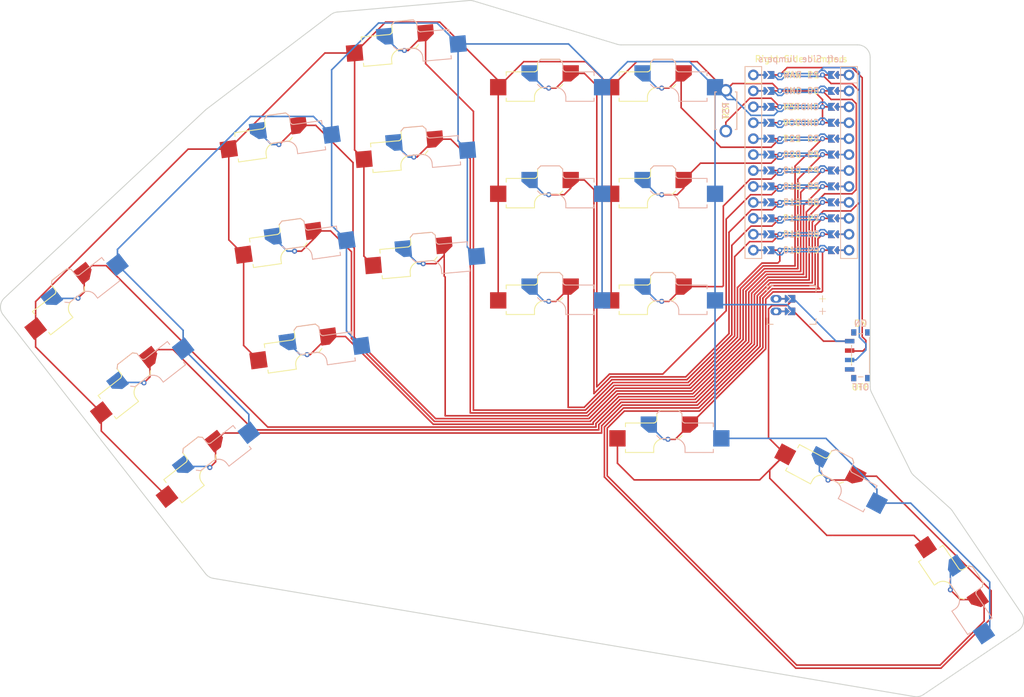
<source format=kicad_pcb>
(kicad_pcb (version 20240108) (generator "pcbnew") (generator_version "8.0")
  (title_block (title "AlcoKeb") (rev "v1.0.0") (company "Unknown"))
  (layers (0 "F.Cu" signal) (31 "B.Cu" signal) (34 "B.Paste" user) (35 "F.Paste" user) (36 "B.SilkS" user "B.Silkscreen") (37 "F.SilkS" user "F.Silkscreen") (38 "B.Mask" user) (39 "F.Mask" user) (44 "Edge.Cuts" user))
  (net 0 "")
  (net 1 "P1")
  (net 2 "GND")
  (net 3 "P6")
  (net 4 "P0")
  (net 5 "P5")
  (net 6 "P4")
  (net 7 "P3")
  (net 8 "P2")
  (net 9 "P10")
  (net 10 "P16")
  (net 11 "P14")
  (net 12 "P15")
  (net 13 "P18")
  (net 14 "P19")
  (net 15 "P20")
  (net 16 "P21")
  (net 17 "P9")
  (net 18 "P7")
  (net 19 "P8")
  (net 20 "RAW")
  (net 21 "RST")
  (net 22 "VCC")
  (net 23 "MCU1_24")
  (net 24 "MCU1_1")
  (net 25 "MCU1_23")
  (net 26 "MCU1_2")
  (net 27 "MCU1_22")
  (net 28 "MCU1_3")
  (net 29 "MCU1_21")
  (net 30 "MCU1_4")
  (net 31 "MCU1_20")
  (net 32 "MCU1_5")
  (net 33 "MCU1_19")
  (net 34 "MCU1_6")
  (net 35 "MCU1_18")
  (net 36 "MCU1_7")
  (net 37 "MCU1_17")
  (net 38 "MCU1_8")
  (net 39 "MCU1_16")
  (net 40 "MCU1_9")
  (net 41 "MCU1_15")
  (net 42 "MCU1_10")
  (net 43 "MCU1_14")
  (net 44 "MCU1_11")
  (net 45 "MCU1_13")
  (net 46 "MCU1_12")
  (net 47 "BAT_P")
  (net 48 "JST1_1")
  (net 49 "JST1_2")
  (footprint "ceoloide:reset_switch_tht_top" (layer "F.Cu") (at 230.224945 90.601914 -90)
    (property "Reference" "RST1" (hide yes))
    (property "Value" "reset_switch_tht_top")
  )
  (footprint "ceoloide:battery_connector_jst_ph_2" (layer "F.Cu") (at 238.224945 121.601914 90)
    (property "Reference" "JST1" (hide yes))
    (property "Value" "")
  )
  (footprint "ceoloide:mcu_nice_nano" (layer "F.Cu") (at 242.224945 97.601914)
    (property "Reference" "MCU1" (hide yes))
    (property "Value" "")
  )
  (footprint "ceoloide:power_switch_smd_side" (layer "F.Cu") (at 251.684945 129.601914)
    (property "Reference" "PWR1" (hide yes))
    (property "Value" "power_switch")
  )
  (footprint "ceoloide:switch_choc_v1_v2" (layer "B.Cu") (at 150 150 38)
    (property "Reference" "S1" (hide yes))
    (property "Value" "")
  )
  (footprint "ceoloide:switch_choc_v1_v2" (layer "B.Cu") (at 220.224945 124.601914)
    (property "Reference" "S13" (hide yes))
    (property "Value" "")
  )
  (footprint "ceoloide:switch_choc_v1_v2" (layer "B.Cu") (at 202.224945 107.601914)
    (property "Reference" "S11" (hide yes))
    (property "Value" "")
  )
  (footprint "ceoloide:switch_choc_v1_v2" (layer "B.Cu") (at 202.224945 90.601914)
    (property "Reference" "S12" (hide yes))
    (property "Value" "")
  )
  (footprint "ceoloide:switch_choc_v1_v2" (layer "B.Cu") (at 164.464716 132.954995 8)
    (property "Reference" "S4" (hide yes))
    (property "Value" "")
  )
  (footprint "ceoloide:switch_choc_v1_v2" (layer "B.Cu") (at 181.118352 101.353006 5)
    (property "Reference" "S8" (hide yes))
    (property "Value" "")
  )
  (footprint "ceoloide:switch_choc_v1_v2" (layer "B.Cu") (at 263.598858 169.166917 -56)
    (property "Reference" "S18" (hide yes))
    (property "Value" "")
  )
  (footprint "ceoloide:switch_choc_v1_v2" (layer "B.Cu") (at 129.06751 123.207634 38)
    (property "Reference" "S3" (hide yes))
    (property "Value" "")
  )
  (footprint "ceoloide:switch_choc_v1_v2" (layer "B.Cu") (at 159.73283 99.28588 8)
    (property "Reference" "S6" (hide yes))
    (property "Value" "")
  )
  (footprint "ceoloide:switch_choc_v1_v2" (layer "B.Cu") (at 245.224945 152.601914 -28)
    (property "Reference" "S17" (hide yes))
    (property "Value" "")
  )
  (footprint "ceoloide:switch_choc_v1_v2" (layer "B.Cu") (at 179.636705 84.417696 5)
    (property "Reference" "S9" (hide yes))
    (property "Value" "")
  )
  (footprint "ceoloide:switch_choc_v1_v2" (layer "B.Cu") (at 162.098773 116.120437 8)
    (property "Reference" "S5" (hide yes))
    (property "Value" "")
  )
  (footprint "ceoloide:switch_choc_v1_v2" (layer "B.Cu") (at 220.224945 90.601914)
    (property "Reference" "S15" (hide yes))
    (property "Value" "")
  )
  (footprint "ceoloide:switch_choc_v1_v2" (layer "B.Cu") (at 221.224945 146.601914)
    (property "Reference" "S16" (hide yes))
    (property "Value" "")
  )
  (footprint "ceoloide:switch_choc_v1_v2" (layer "B.Cu") (at 202.224945 124.601914)
    (property "Reference" "S10" (hide yes))
    (property "Value" "")
  )
  (footprint "ceoloide:switch_choc_v1_v2" (layer "B.Cu") (at 182.6 118.288316 5)
    (property "Reference" "S7" (hide yes))
    (property "Value" "")
  )
  (footprint "ceoloide:switch_choc_v1_v2" (layer "B.Cu") (at 139.533755 136.603817 38)
    (property "Reference" "S2" (hide yes))
    (property "Value" "")
  )
  (footprint "ceoloide:switch_choc_v1_v2" (layer "B.Cu") (at 220.224945 107.601914)
    (property "Reference" "S14" (hide yes))
    (property "Value" "")
  )
  (gr_arc (start 265.971832 154.01258) (mid 266.141458 154.185672) (end 266.288903 154.37801) (stroke (width 0.15)) (layer "Edge.Cuts"))
  (gr_line (start 253.433171 135.521798) (end 259.697986 148.154701) (stroke (width 0.15)) (layer "Edge.Cuts"))
  (gr_line (start 253.224945 82.101914) (end 253.224945 134.633235) (stroke (width 0.15)) (layer "Edge.Cuts"))
  (gr_arc (start 115.061436 123.147639) (mid 114.643498 121.760992) (end 115.271123 120.455792) (stroke (width 0.15)) (layer "Edge.Cuts"))
  (gr_arc (start 260.148756 148.749953) (mid 259.895346 148.47355) (end 259.697986 148.154701) (stroke (width 0.15)) (layer "Edge.Cuts"))
  (gr_line (start 260.256719 184.024814) (end 148.56168 165.175547) (stroke (width 0.15)) (layer "Edge.Cuts"))
  (gr_line (start 213.520051 80.101914) (end 251.224945 80.101914) (stroke (width 0.15)) (layer "Edge.Cuts"))
  (gr_arc (start 251.224945 80.101914) (mid 252.639159 80.6877) (end 253.224945 82.101914) (stroke (width 0.15)) (layer "Edge.Cuts"))
  (gr_arc (start 147.304081 90.488649) (mid 147.38024 90.420955) (end 147.459749 90.357229) (stroke (width 0.15)) (layer "Edge.Cuts"))
  (gr_line (start 168.339497 74.865965) (end 189.296269 73.032485) (stroke (width 0.15)) (layer "Edge.Cuts"))
  (gr_arc (start 213.520051 80.101914) (mid 213.228106 80.080491) (end 212.942416 80.016682) (stroke (width 0.15)) (layer "Edge.Cuts"))
  (gr_line (start 266.288903 154.37801) (end 277.336489 170.75673) (stroke (width 0.15)) (layer "Edge.Cuts"))
  (gr_line (start 276.796799 173.533191) (end 261.707912 183.710774) (stroke (width 0.15)) (layer "Edge.Cuts"))
  (gr_arc (start 189.296268 73.032485) (mid 189.675942 73.035446) (end 190.048215 73.110106) (stroke (width 0.15)) (layer "Edge.Cuts"))
  (gr_line (start 147.318466 164.434755) (end 115.061435 123.147638) (stroke (width 0.15)) (layer "Edge.Cuts"))
  (gr_arc (start 167.303142 75.26641) (mid 167.792955 74.992779) (end 168.339497 74.865965) (stroke (width 0.15)) (layer "Edge.Cuts"))
  (gr_line (start 260.148756 148.749953) (end 265.971832 154.012581) (stroke (width 0.15)) (layer "Edge.Cuts"))
  (gr_line (start 147.459749 90.357229) (end 167.303141 75.26641) (stroke (width 0.15)) (layer "Edge.Cuts"))
  (gr_line (start 115.271123 120.455792) (end 147.304081 90.488649) (stroke (width 0.15)) (layer "Edge.Cuts"))
  (gr_arc (start 261.707912 183.710774) (mid 261.012538 184.007452) (end 260.256719 184.024814) (stroke (width 0.15)) (layer "Edge.Cuts"))
  (gr_arc (start 148.56168 165.175548) (mid 147.87072 164.921542) (end 147.318466 164.434755) (stroke (width 0.15)) (layer "Edge.Cuts"))
  (gr_arc (start 277.336489 170.75673) (mid 277.641668 172.256734) (end 276.7968 173.533191) (stroke (width 0.15)) (layer "Edge.Cuts"))
  (gr_line (start 190.048215 73.110106) (end 212.942416 80.016682) (stroke (width 0.15)) (layer "Edge.Cuts"))
  (gr_arc (start 253.433171 135.521798) (mid 253.277698 135.089552) (end 253.224945 134.633235) (stroke (width 0.15)) (layer "Edge.Cuts"))
  (segment (start 148.917549 146.582451) (end 148 147.5) (width 0.25) (layer "F.Cu") (net 1))
  (segment (start 148.917549 143.295045) (end 148.917549 146.582451) (width 0.25) (layer "F.Cu") (net 1))
  (segment (start 148.917549 143.295045) (end 150.212594 142) (width 0.25) (layer "F.Cu") (net 1))
  (segment (start 251.5 105.22856) (end 251.5 87.435268) (width 0.25) (layer "F.Cu") (net 1))
  (segment (start 235.224945 120.109578) (end 237.284523 118.05) (width 0.25) (layer "F.Cu") (net 1))
  (segment (start 246.989945 86.266914) (end 245.624945 84.901914) (width 0.25) (layer "F.Cu") (net 1))
  (segment (start 210.424945 142) (end 210.424945 140.854122) (width 0.25) (layer "F.Cu") (net 1))
  (segment (start 237.284523 118.05) (end 243.999945 118.05) (width 0.25) (layer "F.Cu") (net 1))
  (segment (start 250.331646 86.266914) (end 246.989945 86.266914) (width 0.25) (layer "F.Cu") (net 1))
  (segment (start 150.212594 142) (end 210.424945 142) (width 0.25) (layer "F.Cu") (net 1))
  (segment (start 247 84.902) (end 245.625 84.902) (width 0.25) (layer "F.Cu") (net 1))
  (segment (start 235.224945 128.017726) (end 235.224945 120.109578) (width 0.25) (layer "F.Cu") (net 1))
  (segment (start 245.77464 106.586914) (end 250.141646 106.586914) (width 0.25) (layer "F.Cu") (net 1))
  (segment (start 225.692671 137.55) (end 235.224945 128.017726) (width 0.25) (layer "F.Cu") (net 1))
  (segment (start 243.999945 108.361609) (end 245.77464 106.586914) (width 0.25) (layer "F.Cu") (net 1))
  (segment (start 251.5 87.435268) (end 250.331646 86.266914) (width 0.25) (layer "F.Cu") (net 1))
  (segment (start 243.999945 118.05) (end 243.999945 108.361609) (width 0.25) (layer "F.Cu") (net 1))
  (segment (start 213.729067 137.55) (end 225.692671 137.55) (width 0.25) (layer "F.Cu") (net 1))
  (segment (start 250.141646 106.586914) (end 251.5 105.22856) (width 0.25) (layer "F.Cu") (net 1))
  (segment (start 210.424945 140.854122) (end 213.729067 137.55) (width 0.25) (layer "F.Cu") (net 1))
  (via (at 148 147.5) (size 0.8) (drill 0.4) (layers "F.Cu" "B.Cu") (net 1))
  (segment (start 237.45 84.902) (end 237.8 84.902) (width 0.25) (layer "B.Cu") (net 1))
  (segment (start 237.8 84.902) (end 238.525 85.627) (width 0.25) (layer "B.Cu") (net 1))
  (segment (start 239.125 85.627) (end 239.62 85.132) (width 0.25) (layer "B.Cu") (net 1))
  (segment (start 148 147.5) (end 147.827627 147.327627) (width 0.25) (layer "B.Cu") (net 1))
  (segment (start 147.827627 147.327627) (end 143.756079 147.327627) (width 0.25) (layer "B.Cu") (net 1))
  (segment (start 238.525 85.627) (end 239.125 85.627) (width 0.25) (layer "B.Cu") (net 1))
  (segment (start 239.62 85.132) (end 245.395 85.132) (width 0.25) (layer "B.Cu") (net 1))
  (segment (start 245.624945 88.830222) (end 245.624945 89.981914) (width 0.25) (layer "F.Cu") (net 2))
  (segment (start 198.024945 82.776914) (end 193.949945 86.851914) (width 0.25) (layer "F.Cu") (net 2))
  (segment (start 151.016463 96.724032) (end 144.547612 96.724032) (width 0.25) (layer "F.Cu") (net 2))
  (segment (start 193.949945 86.851914) (end 193.949945 103.851914) (width 0.25) (layer "F.Cu") (net 2))
  (segment (start 207.874945 82.776914) (end 198.024945 82.776914) (width 0.25) (layer "F.Cu") (net 2))
  (segment (start 193.949945 86.851914) (end 193.949945 85.786446) (width 0.25) (layer "F.Cu") (net 2))
  (segment (start 215.611646 149.476914) (end 235.608141 149.476914) (width 0.25) (layer "F.Cu") (net 2))
  (segment (start 171.06636 81.40318) (end 166.337315 81.40318) (width 0.25) (layer "F.Cu") (net 2))
  (segment (start 120.23799 128.27713) (end 130.704235 138.743375) (width 0.25) (layer "F.Cu") (net 2))
  (segment (start 211.949945 86.851914) (end 216.024945 82.776914) (width 0.25) (layer "F.Cu") (net 2))
  (segment (start 151.016463 96.724032) (end 151.016463 111.192646) (width 0.25) (layer "F.Cu") (net 2))
  (segment (start 239.965945 121.676914) (end 241.040945 120.601914) (width 0.25) (layer "F.Cu") (net 2))
  (segment (start 166.337315 81.40318) (end 151.016463 96.724032) (width 0.25) (layer "F.Cu") (net 2))
  (segment (start 237.45 87.442) (end 238.825 87.442) (width 0.25) (layer "F.Cu") (net 2))
  (segment (start 176.002975 76.466565) (end 171.06636 81.40318) (width 0.25) (layer "F.Cu") (net 2))
  (segment (start 237.024945 122.218766) (end 237.566797 121.676914) (width 0.25) (layer "F.Cu") (net 2))
  (segment (start 239.679072 145.405983) (end 237.024945 142.751856) (width 0.25) (layer "F.Cu") (net 2))
  (segment (start 144.547612 96.724032) (end 120.23799 121.033654) (width 0.25) (layer "F.Cu") (net 2))
  (segment (start 244.236637 87.441914) (end 245.624945 88.830222) (width 0.25) (layer "F.Cu") (net 2))
  (segment (start 230.224945 87.351914) (end 231.309945 86.266914) (width 0.25) (layer "F.Cu") (net 2))
  (segment (start 237.024945 142.751856) (end 237.024945 122.218766) (width 0.25) (layer "F.Cu") (net 2))
  (segment (start 171.06636 81.40318) (end 171.06636 96.856843) (width 0.25) (layer "F.Cu") (net 2))
  (segment (start 239.679072 145.405983) (end 237.217428 147.867627) (width 0.25) (layer "F.Cu") (net 2))
  (segment (start 246.321452 158.321452) (end 260.192222 158.321452) (width 0.25) (layer "F.Cu") (net 2))
  (segment (start 231.309945 86.266914) (end 237.649945 86.266914) (width 0.25) (layer "F.Cu") (net 2))
  (segment (start 238.824945 87.441914) (end 244.236637 87.441914) (width 0.25) (layer "F.Cu") (net 2))
  (segment (start 247 92.522) (end 245.625 92.522) (width 0.25) (layer "F.Cu") (net 2))
  (segment (start 237.566797 121.676914) (end 239.965945 121.676914) (width 0.25) (layer "F.Cu") (net 2))
  (segment (start 130.704235 138.743375) (end 130.704235 141.673313) (width 0.25) (layer "F.Cu") (net 2))
  (segment (start 184.630064 76.466565) (end 176.002975 76.466565) (width 0.25) (layer "F.Cu") (net 2))
  (segment (start 193.949945 103.851914) (end 193.949945 120.851914) (width 0.25) (layer "F.Cu") (net 2))
  (segment (start 153.382406 113.558589) (end 153.382406 128.027204) (width 0.25) (layer "F.Cu") (net 2))
  (segment (start 211.949945 86.851914) (end 207.874945 82.776914) (width 0.25) (layer "F.Cu") (net 2))
  (segment (start 120.23799 125.347192) (end 120.23799 128.27713) (width 0.25) (layer "F.Cu") (net 2))
  (segment (start 211.949945 86.851914) (end 211.949945 103.851914) (width 0.25) (layer "F.Cu") (net 2))
  (segment (start 225.649945 82.776914) (end 230.224945 87.351914) (width 0.25) (layer "F.Cu") (net 2))
  (segment (start 245.624945 89.981914) (end 245.624945 92.521914) (width 0.25) (layer "F.Cu") (net 2))
  (segment (start 130.704235 141.673313) (end 141.17048 152.139558) (width 0.25) (layer "F.Cu") (net 2))
  (segment (start 237.217428 147.867627) (end 237.217428 149.217428) (width 0.25) (layer "F.Cu") (net 2))
  (segment (start 172.548007 113.792152) (end 174.029655 115.2738) (width 0.25) (layer "F.Cu") (net 2))
  (segment (start 247 89.982) (end 245.625 89.982) (width 0.25) (layer "F.Cu") (net 2))
  (segment (start 212.949945 146.815213) (end 215.611646 149.476914) (width 0.25) (layer "F.Cu") (net 2))
  (segment (start 235.608141 149.476914) (end 239.679072 145.405983) (width 0.25) (layer "F.Cu") (net 2))
  (segment (start 171.06636 96.856843) (end 172.548007 98.33849) (width 0.25) (layer "F.Cu") (net 2))
  (segment (start 151.016463 111.192646) (end 153.382406 113.558589) (width 0.25) (layer "F.Cu") (net 2))
  (segment (start 153.382406 128.027204) (end 155.748349 130.393147) (width 0.25) (layer "F.Cu") (net 2))
  (segment (start 211.949945 103.851914) (end 211.949945 120.851914) (width 0.25) (layer "F.Cu") (net 2))
  (segment (start 172.548007 98.33849) (end 172.548007 113.792152) (width 0.25) (layer "F.Cu") (net 2))
  (segment (start 260.192222 158.321452) (end 262.080428 160.209658) (width 0.25) (layer "F.Cu") (net 2))
  (segment (start 237.217428 149.217428) (end 246.321452 158.321452) (width 0.25) (layer "F.Cu") (net 2))
  (segment (start 120.23799 121.033654) (end 120.23799 125.347192) (width 0.25) (layer "F.Cu") (net 2))
  (segment (start 193.949945 85.786446) (end 184.630064 76.466565) (width 0.25) (layer "F.Cu") (net 2))
  (segment (start 212.949945 142.851914) (end 212.949945 146.815213) (width 0.25) (layer "F.Cu") (net 2))
  (segment (start 237.649945 86.266914) (end 238.824945 87.441914) (width 0.25) (layer "F.Cu") (net 2))
  (segment (start 216.024945 82.776914) (end 225.649945 82.776914) (width 0.25) (layer "F.Cu") (net 2))
  (segment (start 229.174945 121.526914) (end 228.499945 120.851914) (width 0.25) (layer "B.Cu") (net 2))
  (segment (start 246.65 87.442) (end 245.925 86.717) (width 0.25) (layer "B.Cu") (net 2))
  (segment (start 167.405399 94.420717) (end 167.405399 108.889331) (width 0.25) (layer "B.Cu") (net 2))
  (segment (start 184.207968 76.615338) (end 174.884662 76.615338) (width 0.25) (layer "B.Cu") (net 2))
  (segment (start 210.499945 86.851914) (end 210.499945 103.851914) (width 0.25) (layer "B.Cu") (net 2))
  (segment (start 245.325 86.717) (end 244.82 87.222) (width 0.25) (layer "B.Cu") (net 2))
  (segment (start 154.212058 139.020423) (end 154.212058 141.950361) (width 0.25) (layer "B.Cu") (net 2))
  (segment (start 231.686516 88.813484) (end 230.224945 87.351914) (width 0.25) (layer "B.Cu") (net 2))
  (segment (start 239.125 90.707) (end 239.62 90.212) (width 0.25) (layer "B.Cu") (net 2))
  (segment (start 238.525 90.707) (end 239.125 90.707) (width 0.25) (layer "B.Cu") (net 2))
  (segment (start 189.035029 112.349724) (end 190.516677 113.831372) (width 0.25) (layer "B.Cu") (net 2))
  (segment (start 254.291855 153.175738) (end 254.291855 150.97028) (width 0.25) (layer "B.Cu") (net 2))
  (segment (start 143.745813 128.554178) (end 154.212058 139.020423) (width 0.25) (layer "B.Cu") (net 2))
  (segment (start 133.279568 112.720432) (end 133.279568 115.157995) (width 0.25) (layer "B.Cu") (net 2))
  (segment (start 246.173489 142.851914) (end 229.499945 142.851914) (width 0.25) (layer "B.Cu") (net 2))
  (segment (start 237.45 89.982) (end 237.8 89.982) (width 0.25) (layer "B.Cu") (net 2))
  (segment (start 237.885086 91.346914) (end 234.219945 91.346914) (width 0.25) (layer "B.Cu") (net 2))
  (segment (start 239.125 93.247) (end 239.62 92.752) (width 0.25) (layer "B.Cu") (net 2))
  (segment (start 174.884662 76.615338) (end 167.405399 84.094601) (width 0.25) (layer "B.Cu") (net 2))
  (segment (start 228.499945 120.851914) (end 228.499945 141.851914) (width 0.25) (layer "B.Cu") (net 2))
  (segment (start 210.499945 103.851914) (end 210.499945 120.851914) (width 0.25) (layer "B.Cu") (net 2))
  (segment (start 238.525 90.707) (end 237.885086 91.346914) (width 0.25) (layer "B.Cu") (net 2))
  (segment (start 189.035029 96.896062) (end 189.035029 112.349724) (width 0.25) (layer "B.Cu") (net 2))
  (segment (start 167.405399 94.420717) (end 164.503467 91.518785) (width 0.25) (layer "B.Cu") (net 2))
  (segment (start 239.965945 121.526914) (end 229.174945 121.526914) (width 0.25) (layer "B.Cu") (net 2))
  (segment (start 210.499945 86.851914) (end 210.499945 85.301914) (width 0.25) (layer "B.Cu") (net 2))
  (segment (start 272.271514 172.993786) (end 272.271514 165.771514) (width 0.25) (layer "B.Cu") (net 2))
  (segment (start 239.62 90.212) (end 245.395 90.212) (width 0.25) (layer "B.Cu") (net 2))
  (segment (start 237.45 92.522) (end 237.8 92.522) (width 0.25) (layer "B.Cu") (net 2))
  (segment (start 239.62 92.752) (end 245.395 92.752) (width 0.25) (layer "B.Cu") (net 2))
  (segment (start 133.279568 115.157995) (end 143.745813 125.62424) (width 0.25) (layer "B.Cu") (net 2))
  (segment (start 228.499945 86.851914) (end 228.499945 103.851914) (width 0.25) (layer "B.Cu") (net 2))
  (segment (start 234.219945 91.346914) (end 231.686516 88.813484) (width 0.25) (layer "B.Cu") (net 2))
  (segment (start 167.405399 108.889331) (end 169.771342 111.255274) (width 0.25) (layer "B.Cu") (net 2))
  (segment (start 228.499945 141.851914) (end 229.499945 142.851914) (width 0.25) (layer "B.Cu") (net 2))
  (segment (start 238.525 93.247) (end 239.125 93.247) (width 0.25) (layer "B.Cu") (net 2))
  (segment (start 210.499945 85.301914) (end 205.158783 79.960752) (width 0.25) (layer "B.Cu") (net 2))
  (segment (start 254.291855 150.97028) (end 246.173489 142.851914) (width 0.25) (layer "B.Cu") (net 2))
  (segment (start 167.405399 84.094601) (end 167.405399 94.420717) (width 0.25) (layer "B.Cu") (net 2))
  (segment (start 143.745813 125.62424) (end 143.745813 128.554178) (width 0.25) (layer "B.Cu") (net 2))
  (segment (start 259.675738 153.175738) (end 254.291855 153.175738) (width 0.25) (layer "B.Cu") (net 2))
  (segment (start 224.424945 82.776914) (end 214.574945 82.776914) (width 0.25) (layer "B.Cu") (net 2))
  (segment (start 187.553382 95.414415) (end 189.035029 96.896062) (width 0.25) (layer "B.Cu") (net 2))
  (segment (start 245.925 86.717) (end 245.325 86.717) (width 0.25) (layer "B.Cu") (net 2))
  (segment (start 205.158783 79.960752) (end 187.553382 79.960752) (width 0.25) (layer "B.Cu") (net 2))
  (segment (start 169.771342 111.255274) (end 169.771342 125.723889) (width 0.25) (layer "B.Cu") (net 2))
  (segment (start 241.040945 122.601914) (end 239.965945 121.526914) (width 0.25) (layer "B.Cu") (net 2))
  (segment (start 164.503467 91.518785) (end 154.481215 91.518785) (width 0.25) (layer "B.Cu") (net 2))
  (segment (start 231.686516 88.813484) (end 230.461515 88.813484) (width 0.25) (layer "B.Cu") (net 2))
  (segment (start 228.499945 103.851914) (end 228.499945 120.851914) (width 0.25) (layer "B.Cu") (net 2))
  (segment (start 272.271514 165.771514) (end 259.675738 153.175738) (width 0.25) (layer "B.Cu") (net 2))
  (segment (start 154.481215 91.518785) (end 133.279568 112.720432) (width 0.25) (layer "B.Cu") (net 2))
  (segment (start 247 87.442) (end 246.65 87.442) (width 0.25) (layer "B.Cu") (net 2))
  (segment (start 271.33507 173.93023) (end 272.271514 172.993786) (width 0.25) (layer "B.Cu") (net 2))
  (segment (start 214.574945 82.776914) (end 210.499945 86.851914) (width 0.25) (layer "B.Cu") (net 2))
  (segment (start 228.499945 86.851914) (end 224.424945 82.776914) (width 0.25) (layer "B.Cu") (net 2))
  (segment (start 169.771342 125.723889) (end 172.137285 128.089832) (width 0.25) (layer "B.Cu") (net 2))
  (segment (start 230.461515 88.813484) (end 228.499945 86.851914) (width 0.25) (layer "B.Cu") (net 2))
  (segment (start 187.553382 79.960752) (end 184.207968 76.615338) (width 0.25) (layer "B.Cu") (net 2))
  (segment (start 187.553382 79.960752) (end 187.553382 95.414415) (width 0.25) (layer "B.Cu") (net 2))
  (segment (start 244.82 87.222) (end 239.045 87.222) (width 0.25) (layer "B.Cu") (net 2))
  (segment (start 237.8 92.522) (end 238.525 93.247) (width 0.25) (layer "B.Cu") (net 2))
  (segment (start 237.8 89.982) (end 238.525 90.707) (width 0.25) (layer "B.Cu") (net 2))
  (segment (start 209.974945 140.667726) (end 209.974945 141.5) (width 0.25) (layer "F.Cu") (net 3))
  (segment (start 138.451304 133.048696) (end 137.5 134) (width 0.25) (layer "F.Cu") (net 3))
  (segment (start 155 141.55) (end 142.145469 128.695469) (width 0.25) (layer "F.Cu") (net 3))
  (segment (start 213.542671 137.1) (end 209.974945 140.667726) (width 0.25) (layer "F.Cu") (net 3))
  (segment (start 247 105.222) (end 245.625 105.222) (width 0.25) (layer "F.Cu") (net 3))
  (segment (start 234.774945 127.83133) (end 225.506275 137.1) (width 0.25) (layer "F.Cu") (net 3))
  (segment (start 243.5 107.346859) (end 243.5 117.6) (width 0.25) (layer "F.Cu") (net 3))
  (segment (start 138.451304 129.898862) (end 138.451304 133.048696) (width 0.25) (layer "F.Cu") (net 3))
  (segment (start 209.974945 141.5) (end 155.05 141.5) (width 0.25) (layer "F.Cu") (net 3))
  (segment (start 139.654697 128.695469) (end 138.451304 129.898862) (width 0.25) (layer "F.Cu") (net 3))
  (segment (start 243.5 117.6) (end 237.098127 117.6) (width 0.25) (layer "F.Cu") (net 3))
  (segment (start 234.774945 119.923182) (end 234.774945 127.83133) (width 0.25) (layer "F.Cu") (net 3))
  (segment (start 225.506275 137.1) (end 213.542671 137.1) (width 0.25) (layer "F.Cu") (net 3))
  (segment (start 142.145469 128.695469) (end 139.654697 128.695469) (width 0.25) (layer "F.Cu") (net 3))
  (segment (start 245.624945 105.221914) (end 243.5 107.346859) (width 0.25) (layer "F.Cu") (net 3))
  (segment (start 155.05 141.5) (end 155 141.55) (width 0.25) (layer "F.Cu") (net 3))
  (segment (start 237.098127 117.6) (end 234.774945 119.923182) (width 0.25) (layer "F.Cu") (net 3))
  (via (at 137.5 134) (size 0.8) (drill 0.4) (layers "F.Cu" "B.Cu") (net 3))
  (segment (start 137.5 134) (end 137 134) (width 0.25) (layer "B.Cu") (net 3))
  (segment (start 136.931444 133.931444) (end 133.289834 133.931444) (width 0.25) (layer "B.Cu") (net 3))
  (segment (start 137 134) (end 136.931444 133.931444) (width 0.25) (layer "B.Cu") (net 3))
  (segment (start 239.62 105.452) (end 245.395 105.452) (width 0.25) (layer "B.Cu") (net 3))
  (segment (start 237.8 105.222) (end 238.525 105.947) (width 0.25) (layer "B.Cu") (net 3))
  (segment (start 239.125 105.947) (end 239.62 105.452) (width 0.25) (layer "B.Cu") (net 3))
  (segment (start 237.45 105.222) (end 237.8 105.222) (width 0.25) (layer "B.Cu") (net 3))
  (segment (start 238.525 105.947) (end 239.125 105.947) (width 0.25) (layer "B.Cu") (net 3))
  (segment (start 251.019945 103.168615) (end 250.331646 103.856914) (width 0.25) (layer "F.Cu") (net 4))
  (segment (start 243.05 117.15) (end 236.911731 117.15) (width 0.25) (layer "F.Cu") (net 4))
  (segment (start 127.985059 116.502679) (end 127.985059 119.514941) (width 0.25) (layer "F.Cu") (net 4))
  (segment (start 236.911731 117.15) (end 234.324945 119.736786) (width 0.25) (layer "F.Cu") (net 4))
  (segment (start 209.524945 140.48133) (end 209.524945 141.05) (width 0.25) (layer "F.Cu") (net 4))
  (segment (start 234.324945 119.736786) (end 234.324945 127.644934) (width 0.25) (layer "F.Cu") (net 4))
  (segment (start 245.96464 103.856914) (end 243.05 106.771554) (width 0.25) (layer "F.Cu") (net 4))
  (segment (start 251.019945 89.495213) (end 251.019945 103.168615) (width 0.25) (layer "F.Cu") (net 4))
  (segment (start 127.985059 119.514941) (end 127 120.5) (width 0.25) (layer "F.Cu") (net 4))
  (segment (start 157.226197 141.05) (end 131.475483 115.299286) (width 0.25) (layer "F.Cu") (net 4))
  (segment (start 131.475483 115.299286) (end 129.188452 115.299286) (width 0.25) (layer "F.Cu") (net 4))
  (segment (start 129.188452 115.299286) (end 127.985059 116.502679) (width 0.25) (layer "F.Cu") (net 4))
  (segment (start 234.324945 127.644934) (end 225.319879 136.65) (width 0.25) (layer "F.Cu") (net 4))
  (segment (start 247 87.442) (end 245.625 87.442) (width 0.25) (layer "F.Cu") (net 4))
  (segment (start 213.356275 136.65) (end 209.524945 140.48133) (width 0.25) (layer "F.Cu") (net 4))
  (segment (start 246.989945 88.806914) (end 250.331646 88.806914) (width 0.25) (layer "F.Cu") (net 4))
  (segment (start 250.331646 103.856914) (end 245.96464 103.856914) (width 0.25) (layer "F.Cu") (net 4))
  (segment (start 245.624945 87.441914) (end 246.989945 88.806914) (width 0.25) (layer "F.Cu") (net 4))
  (segment (start 225.319879 136.65) (end 213.356275 136.65) (width 0.25) (layer "F.Cu") (net 4))
  (segment (start 209.524945 141.05) (end 157.226197 141.05) (width 0.25) (layer "F.Cu") (net 4))
  (segment (start 250.331646 88.806914) (end 251.019945 89.495213) (width 0.25) (layer "F.Cu") (net 4))
  (segment (start 243.05 106.771554) (end 243.05 117.15) (width 0.25) (layer "F.Cu") (net 4))
  (via (at 127 120.5) (size 0.8) (drill 0.4) (layers "F.Cu" "B.Cu") (net 4))
  (segment (start 126.964739 120.535261) (end 122.823589 120.535261) (width 0.25) (layer "B.Cu") (net 4))
  (segment (start 237.8 87.442) (end 238.525 88.167) (width 0.25) (layer "B.Cu") (net 4))
  (segment (start 237.45 87.442) (end 237.8 87.442) (width 0.25) (layer "B.Cu") (net 4))
  (segment (start 239.62 87.672) (end 245.395 87.672) (width 0.25) (layer "B.Cu") (net 4))
  (segment (start 238.525 88.167) (end 239.125 88.167) (width 0.25) (layer "B.Cu") (net 4))
  (segment (start 239.125 88.167) (end 239.62 87.672) (width 0.25) (layer "B.Cu") (net 4))
  (segment (start 127 120.5) (end 126.964739 120.535261) (width 0.25) (layer "B.Cu") (net 4))
  (segment (start 213.169879 136.2) (end 225.133483 136.2) (width 0.25) (layer "F.Cu") (net 5))
  (segment (start 247 102.682) (end 245.625 102.682) (width 0.25) (layer "F.Cu") (net 5))
  (segment (start 183.600183 140.6) (end 209.074945 140.6) (width 0.25) (layer "F.Cu") (net 5))
  (segment (start 225.133483 136.2) (end 233.874945 127.458538) (width 0.25) (layer "F.Cu") (net 5))
  (segment (start 233.874945 119.55039) (end 236.725335 116.7) (width 0.25) (layer "F.Cu") (net 5))
  (segment (start 166.879764 126.607108) (end 163.986872 129.5) (width 0.25) (layer "F.Cu") (net 5))
  (segment (start 169.607291 126.607108) (end 183.600183 140.6) (width 0.25) (layer "F.Cu") (net 5))
  (segment (start 236.725335 116.7) (end 242.6 116.7) (width 0.25) (layer "F.Cu") (net 5))
  (segment (start 242.6 116.7) (end 242.6 105.706859) (width 0.25) (layer "F.Cu") (net 5))
  (segment (start 166.879764 126.607108) (end 169.607291 126.607108) (width 0.25) (layer "F.Cu") (net 5))
  (segment (start 209.074945 140.294934) (end 213.169879 136.2) (width 0.25) (layer "F.Cu") (net 5))
  (segment (start 163.986872 129.5) (end 163.5 129.5) (width 0.25) (layer "F.Cu") (net 5))
  (segment (start 233.874945 127.458538) (end 233.874945 119.55039) (width 0.25) (layer "F.Cu") (net 5))
  (segment (start 242.6 105.706859) (end 245.624945 102.681914) (width 0.25) (layer "F.Cu") (net 5))
  (segment (start 209.074945 140.6) (end 209.074945 140.294934) (width 0.25) (layer "F.Cu") (net 5))
  (via (at 163.5 129.5) (size 0.8) (drill 0.4) (layers "F.Cu" "B.Cu") (net 5))
  (segment (start 237.45 102.682) (end 237.8 102.682) (width 0.25) (layer "B.Cu") (net 5))
  (segment (start 239.62 102.912) (end 245.395 102.912) (width 0.25) (layer "B.Cu") (net 5))
  (segment (start 237.8 102.682) (end 238.525 103.407) (width 0.25) (layer "B.Cu") (net 5))
  (segment (start 239.125 103.407) (end 239.62 102.912) (width 0.25) (layer "B.Cu") (net 5))
  (segment (start 162.374816 129.5) (end 160.393508 127.518692) (width 0.25) (layer "B.Cu") (net 5))
  (segment (start 238.525 103.407) (end 239.125 103.407) (width 0.25) (layer "B.Cu") (net 5))
  (segment (start 163.5 129.5) (end 162.374816 129.5) (width 0.25) (layer "B.Cu") (net 5))
  (segment (start 233.424945 127.272142) (end 233.424945 119.363994) (width 0.25) (layer "F.Cu") (net 6))
  (segment (start 212.983483 135.75) (end 224.947087 135.75) (width 0.25) (layer "F.Cu") (net 6))
  (segment (start 242.15 116.25) (end 242.15 103.616859) (width 0.25) (layer "F.Cu") (net 6))
  (segment (start 208.624945 140.108538) (end 212.983483 135.75) (width 0.25) (layer "F.Cu") (net 6))
  (segment (start 167.241348 109.77255) (end 170.56829 113.099492) (width 0.25) (layer "F.Cu") (net 6))
  (segment (start 164.513821 109.77255) (end 164.513821 111.090375) (width 0.25) (layer "F.Cu") (net 6))
  (segment (start 233.424945 119.363994) (end 236.538939 116.25) (width 0.25) (layer "F.Cu") (net 6))
  (segment (start 170.56829 126.931711) (end 183.786579 140.15) (width 0.25) (layer "F.Cu") (net 6))
  (segment (start 164.513821 111.090375) (end 162.604196 113) (width 0.25) (layer "F.Cu") (net 6))
  (segment (start 208.624945 140.15) (end 208.624945 140.108538) (width 0.25) (layer "F.Cu") (net 6))
  (segment (start 183.786579 140.15) (end 208.624945 140.15) (width 0.25) (layer "F.Cu") (net 6))
  (segment (start 170.56829 113.099492) (end 170.56829 126.931711) (width 0.25) (layer "F.Cu") (net 6))
  (segment (start 162.604196 113) (end 161.5 113) (width 0.25) (layer "F.Cu") (net 6))
  (segment (start 164.513821 109.77255) (end 167.241348 109.77255) (width 0.25) (layer "F.Cu") (net 6))
  (segment (start 242.15 103.616859) (end 245.624945 100.141914) (width 0.25) (layer "F.Cu") (net 6))
  (segment (start 247 100.142) (end 245.625 100.142) (width 0.25) (layer "F.Cu") (net 6))
  (segment (start 236.538939 116.25) (end 242.15 116.25) (width 0.25) (layer "F.Cu") (net 6))
  (segment (start 224.947087 135.75) (end 233.424945 127.272142) (width 0.25) (layer "F.Cu") (net 6))
  (via (at 161.5 113) (size 0.8) (drill 0.4) (layers "F.Cu" "B.Cu") (net 6))
  (segment (start 237.8 100.142) (end 238.525 100.867) (width 0.25) (layer "B.Cu") (net 6))
  (segment (start 239.62 100.372) (end 245.395 100.372) (width 0.25) (layer "B.Cu") (net 6))
  (segment (start 160.343431 113) (end 158.027565 110.684134) (width 0.25) (layer "B.Cu") (net 6))
  (segment (start 239.125 100.867) (end 239.62 100.372) (width 0.25) (layer "B.Cu") (net 6))
  (segment (start 161.5 113) (end 160.343431 113) (width 0.25) (layer "B.Cu") (net 6))
  (segment (start 237.45 100.142) (end 237.8 100.142) (width 0.25) (layer "B.Cu") (net 6))
  (segment (start 238.525 100.867) (end 239.125 100.867) (width 0.25) (layer "B.Cu") (net 6))
  (segment (start 171.01829 112.51829) (end 171.01829 126.745315) (width 0.25) (layer "F.Cu") (net 7))
  (segment (start 171.01829 126.745315) (end 183.972975 139.7) (width 0.25) (layer "F.Cu") (net 7))
  (segment (start 212.797087 135.3) (end 224.760691 135.3) (width 0.25) (layer "F.Cu") (net 7))
  (segment (start 170.814651 112.314651) (end 171.01829 112.51829) (width 0.25) (layer "F.Cu") (net 7))
  (segment (start 241.7 115.8) (end 241.7 101.526859) (width 0.25) (layer "F.Cu") (net 7))
  (segment (start 162.147878 92.937993) (end 164.875405 92.937993) (width 0.25) (layer "F.Cu") (net 7))
  (segment (start 183.972975 139.7) (end 208.397087 139.7) (width 0.25) (layer "F.Cu") (net 7))
  (segment (start 232.974945 127.085746) (end 232.974945 119.177598) (width 0.25) (layer "F.Cu") (net 7))
  (segment (start 159.085871 96) (end 159 96) (width 0.25) (layer "F.Cu") (net 7))
  (segment (start 162.147878 92.937993) (end 159.085871 96) (width 0.25) (layer "F.Cu") (net 7))
  (segment (start 170.814651 98.877239) (end 170.814651 112.314651) (width 0.25) (layer "F.Cu") (net 7))
  (segment (start 224.760691 135.3) (end 232.974945 127.085746) (width 0.25) (layer "F.Cu") (net 7))
  (segment (start 236.352543 115.8) (end 241.7 115.8) (width 0.25) (layer "F.Cu") (net 7))
  (segment (start 232.974945 119.177598) (end 236.352543 115.8) (width 0.25) (layer "F.Cu") (net 7))
  (segment (start 164.875405 92.937993) (end 170.814651 98.877239) (width 0.25) (layer "F.Cu") (net 7))
  (segment (start 241.7 101.526859) (end 245.624945 97.601914) (width 0.25) (layer "F.Cu") (net 7))
  (segment (start 247 97.602) (end 245.625 97.602) (width 0.25) (layer "F.Cu") (net 7))
  (segment (start 208.397087 139.7) (end 212.797087 135.3) (width 0.25) (layer "F.Cu") (net 7))
  (via (at 159 96) (size 0.8) (drill 0.4) (layers "F.Cu" "B.Cu") (net 7))
  (segment (start 237.45 97.602) (end 237.8 97.602) (width 0.25) (layer "B.Cu") (net 7))
  (segment (start 239.62 97.832) (end 245.395 97.832) (width 0.25) (layer "B.Cu") (net 7))
  (segment (start 159 96) (end 157.812045 96) (width 0.25) (layer "B.Cu") (net 7))
  (segment (start 237.8 97.602) (end 238.525 98.327) (width 0.25) (layer "B.Cu") (net 7))
  (segment (start 238.525 98.327) (end 239.125 98.327) (width 0.25) (layer "B.Cu") (net 7))
  (segment (start 157.812045 96) (end 155.661622 93.849577) (width 0.25) (layer "B.Cu") (net 7))
  (segment (start 239.125 98.327) (end 239.62 97.832) (width 0.25) (layer "B.Cu") (net 7))
  (segment (start 185.5 117.122452) (end 185.5 139.25) (width 0.25) (layer "F.Cu") (net 8))
  (segment (start 184 115) (end 182 115) (width 0.25) (layer "F.Cu") (net 8))
  (segment (start 224.574295 134.85) (end 232.524945 126.89935) (width 0.25) (layer "F.Cu") (net 8))
  (segment (start 241.25 99.436859) (end 245.624945 95.061914) (width 0.25) (layer "F.Cu") (net 8))
  (segment (start 185.343961 116.966413) (end 185.5 117.122452) (width 0.25) (layer "F.Cu") (net 8))
  (segment (start 232.524945 126.89935) (end 232.524945 118.991202) (width 0.25) (layer "F.Cu") (net 8))
  (segment (start 236.166147 115.35) (end 241.25 115.35) (width 0.25) (layer "F.Cu") (net 8))
  (segment (start 185.343961 112.075522) (end 185.343961 116.966413) (width 0.25) (layer "F.Cu") (net 8))
  (segment (start 247 95.062) (end 245.625 95.062) (width 0.25) (layer "F.Cu") (net 8))
  (segment (start 212.610691 134.85) (end 224.574295 134.85) (width 0.25) (layer "F.Cu") (net 8))
  (segment (start 185.5 139.25) (end 208.210691 139.25) (width 0.25) (layer "F.Cu") (net 8))
  (segment (start 241.25 115.35) (end 241.25 99.436859) (width 0.25) (layer "F.Cu") (net 8))
  (segment (start 185.343961 112.075522) (end 185.343961 113.656039) (width 0.25) (layer "F.Cu") (net 8))
  (segment (start 208.210691 139.25) (end 212.610691 134.85) (width 0.25) (layer "F.Cu") (net 8))
  (segment (start 232.524945 118.991202) (end 236.166147 115.35) (width 0.25) (layer "F.Cu") (net 8))
  (segment (start 185.343961 113.656039) (end 184 115) (width 0.25) (layer "F.Cu") (net 8))
  (via (at 182 115) (size 0.8) (drill 0.4) (layers "F.Cu" "B.Cu") (net 8))
  (segment (start 238.525 95.787) (end 239.125 95.787) (width 0.25) (layer "B.Cu") (net 8))
  (segment (start 181.172493 115) (end 178.818886 112.646393) (width 0.25) (layer "B.Cu") (net 8))
  (segment (start 239.125 95.787) (end 239.62 95.292) (width 0.25) (layer "B.Cu") (net 8))
  (segment (start 239.62 95.292) (end 245.395 95.292) (width 0.25) (layer "B.Cu") (net 8))
  (segment (start 182 115) (end 181.172493 115) (width 0.25) (layer "B.Cu") (net 8))
  (segment (start 237.8 95.062) (end 238.525 95.787) (width 0.25) (layer "B.Cu") (net 8))
  (segment (start 237.45 95.062) (end 237.8 95.062) (width 0.25) (layer "B.Cu") (net 8))
  (segment (start 235.979751 114.9) (end 238.5 114.9) (width 0.25) (layer "F.Cu") (net 9))
  (segment (start 232.074945 126.712954) (end 232.074945 118.804806) (width 0.25) (layer "F.Cu") (net 9))
  (segment (start 232.074945 118.804806) (end 235.979751 114.9) (width 0.25) (layer "F.Cu") (net 9))
  (segment (start 224.387899 134.4) (end 232.074945 126.712954) (width 0.25) (layer "F.Cu") (net 9))
  (segment (start 208.024295 138.8) (end 212.424295 134.4) (width 0.25) (layer "F.Cu") (net 9))
  (segment (start 238.5 114.9) (end 238.824945 114.575055) (width 0.25) (layer "F.Cu") (net 9))
  (segment (start 186.382856 95.140212) (end 189.5 98.257356) (width 0.25) (layer "F.Cu") (net 9))
  (segment (start 212.424295 134.4) (end 224.387899 134.4) (width 0.25) (layer "F.Cu") (net 9))
  (segment (start 189.5 138.8) (end 208.024295 138.8) (width 0.25) (layer "F.Cu") (net 9))
  (segment (start 183.862313 95.140212) (end 186.382856 95.140212) (width 0.25) (layer "F.Cu") (net 9))
  (segment (start 237.45 112.842) (end 238.825 112.842) (width 0.25) (layer "F.Cu") (net 9))
  (segment (start 181.002525 98) (end 180.5 98) (width 0.25) (layer "F.Cu") (net 9))
  (segment (start 238.824945 114.575055) (end 238.824945 112.841914) (width 0.25) (layer "F.Cu") (net 9))
  (segment (start 183.862313 95.140212) (end 181.002525 98) (width 0.25) (layer "F.Cu") (net 9))
  (segment (start 189.5 98.257356) (end 189.5 138.8) (width 0.25) (layer "F.Cu") (net 9))
  (via (at 180.5 98) (size 0.8) (drill 0.4) (layers "F.Cu" "B.Cu") (net 9))
  (segment (start 180.5 98) (end 179.626155 98) (width 0.25) (layer "B.Cu") (net 9))
  (segment (start 245.325 112.117) (end 244.82 112.622) (width 0.25) (layer "B.Cu") (net 9))
  (segment (start 246.65 112.842) (end 245.925 112.117) (width 0.25) (layer "B.Cu") (net 9))
  (segment (start 245.925 112.117) (end 245.325 112.117) (width 0.25) (layer "B.Cu") (net 9))
  (segment (start 179.626155 98) (end 177.337238 95.711083) (width 0.25) (layer "B.Cu") (net 9))
  (segment (start 244.82 112.622) (end 239.045 112.622) (width 0.25) (layer "B.Cu") (net 9))
  (segment (start 247 112.842) (end 246.65 112.842) (width 0.25) (layer "B.Cu") (net 9))
  (segment (start 237.45 110.302) (end 238.825 110.302) (width 0.25) (layer "F.Cu") (net 10))
  (segment (start 231.624945 113.875055) (end 234.023086 111.476914) (width 0.25) (layer "F.Cu") (net 10))
  (segment (start 182.380666 83.095793) (end 190 90.715127) (width 0.25) (layer "F.Cu") (net 10))
  (segment (start 212.237899 133.95) (end 224.201503 133.95) (width 0.25) (layer "F.Cu") (net 10))
  (segment (start 207.837899 138.35) (end 212.237899 133.95) (width 0.25) (layer "F.Cu") (net 10))
  (segment (start 234.023086 111.476914) (end 237.649945 111.476914) (width 0.25) (layer "F.Cu") (net 10))
  (segment (start 190 90.715127) (end 190 138.35) (width 0.25) (layer "F.Cu") (net 10))
  (segment (start 237.649945 111.476914) (end 238.824945 110.301914) (width 0.25) (layer "F.Cu") (net 10))
  (segment (start 182.380666 78.204902) (end 179.585568 81) (width 0.25) (layer "F.Cu") (net 10))
  (segment (start 190 138.35) (end 207.837899 138.35) (width 0.25) (layer "F.Cu") (net 10))
  (segment (start 231.624945 126.526558) (end 231.624945 113.875055) (width 0.25) (layer "F.Cu") (net 10))
  (segment (start 224.201503 133.95) (end 231.624945 126.526558) (width 0.25) (layer "F.Cu") (net 10))
  (segment (start 182.380666 78.204902) (end 182.380666 83.095793) (width 0.25) (layer "F.Cu") (net 10))
  (segment (start 179.585568 81) (end 179 81) (width 0.25) (layer "F.Cu") (net 10))
  (via (at 179 81) (size 0.8) (drill 0.4) (layers "F.Cu" "B.Cu") (net 10))
  (segment (start 244.82 110.082) (end 239.045 110.082) (width 0.25) (layer "B.Cu") (net 10))
  (segment (start 179 81) (end 178.079818 81) (width 0.25) (layer "B.Cu") (net 10))
  (segment (start 246.65 110.302) (end 245.925 109.577) (width 0.25) (layer "B.Cu") (net 10))
  (segment (start 245.325 109.577) (end 244.82 110.082) (width 0.25) (layer "B.Cu") (net 10))
  (segment (start 247 110.302) (end 246.65 110.302) (width 0.25) (layer "B.Cu") (net 10))
  (segment (start 178.079818 81) (end 175.855591 78.775773) (width 0.25) (layer "B.Cu") (net 10))
  (segment (start 245.925 109.577) (end 245.325 109.577) (width 0.25) (layer "B.Cu") (net 10))
  (segment (start 231.174945 112.070213) (end 234.245158 109) (width 0.25) (layer "F.Cu") (net 11))
  (segment (start 205.499945 118.651914) (end 203.151859 121) (width 0.25) (layer "F.Cu") (net 11))
  (segment (start 203.151859 121) (end 202 121) (width 0.25) (layer "F.Cu") (net 11))
  (segment (start 231.174945 126.340162) (end 231.174945 112.070213) (width 0.25) (layer "F.Cu") (net 11))
  (segment (start 212.051503 133.5) (end 224.015107 133.5) (width 0.25) (layer "F.Cu") (net 11))
  (segment (start 237.586859 109) (end 238.824945 107.761914) (width 0.25) (layer "F.Cu") (net 11))
  (segment (start 205.100059 137.899941) (end 205.1 137.9) (width 0.25) (layer "F.Cu") (net 11))
  (segment (start 205.499945 118.651914) (end 205.100059 119.0518) (width 0.25) (layer "F.Cu") (net 11))
  (segment (start 205.1 137.9) (end 207.651503 137.9) (width 0.25) (layer "F.Cu") (net 11))
  (segment (start 205.100059 119.0518) (end 205.100059 137.899941) (width 0.25) (layer "F.Cu") (net 11))
  (segment (start 237.45 107.762) (end 238.825 107.762) (width 0.25) (layer "F.Cu") (net 11))
  (segment (start 224.015107 133.5) (end 231.174945 126.340162) (width 0.25) (layer "F.Cu") (net 11))
  (segment (start 234.245158 109) (end 237.586859 109) (width 0.25) (layer "F.Cu") (net 11))
  (segment (start 207.651503 137.9) (end 212.051503 133.5) (width 0.25) (layer "F.Cu") (net 11))
  (via (at 202 121) (size 0.8) (drill 0.4) (layers "F.Cu" "B.Cu") (net 11))
  (segment (start 244.82 107.542) (end 239.045 107.542) (width 0.25) (layer "B.Cu") (net 11))
  (segment (start 247 107.762) (end 246.65 107.762) (width 0.25) (layer "B.Cu") (net 11))
  (segment (start 245.325 107.037) (end 244.82 107.542) (width 0.25) (layer "B.Cu") (net 11))
  (segment (start 245.925 107.037) (end 245.325 107.037) (width 0.25) (layer "B.Cu") (net 11))
  (segment (start 246.65 107.762) (end 245.925 107.037) (width 0.25) (layer "B.Cu") (net 11))
  (segment (start 201.298031 121) (end 198.949945 118.651914) (width 0.25) (layer "B.Cu") (net 11))
  (segment (start 202 121) (end 201.298031 121) (width 0.25) (layer "B.Cu") (net 11))
  (segment (start 230.724945 126.153766) (end 230.724945 109.980213) (width 0.25) (layer "F.Cu") (net 12))
  (segment (start 211.865107 133.05) (end 223.828711 133.05) (width 0.25) (layer "F.Cu") (net 12))
  (segment (start 209.207553 103.182872) (end 209.207554 135.707554) (width 0.25) (layer "F.Cu") (net 12))
  (segment (start 237.649945 106.396914) (end 238.824945 105.221914) (width 0.25) (layer "F.Cu") (net 12))
  (segment (start 205.499945 102.956914) (end 204.456859 104) (width 0.25) (layer "F.Cu") (net 12))
  (segment (start 205.499945 101.651914) (end 205.499945 102.956914) (width 0.25) (layer "F.Cu") (net 12))
  (segment (start 207.676595 101.651914) (end 209.207553 103.182872) (width 0.25) (layer "F.Cu") (net 12))
  (segment (start 205.499945 101.651914) (end 207.676595 101.651914) (width 0.25) (layer "F.Cu") (net 12))
  (segment (start 234.308244 106.396914) (end 237.649945 106.396914) (width 0.25) (layer "F.Cu") (net 12))
  (segment (start 223.828711 133.05) (end 230.724945 126.153766) (width 0.25) (layer "F.Cu") (net 12))
  (segment (start 230.724945 109.980213) (end 234.308244 106.396914) (width 0.25) (layer "F.Cu") (net 12))
  (segment (start 204.456859 104) (end 202 104) (width 0.25) (layer "F.Cu") (net 12))
  (segment (start 237.45 105.222) (end 238.825 105.222) (width 0.25) (layer "F.Cu") (net 12))
  (segment (start 209.207554 135.707554) (end 211.865107 133.05) (width 0.25) (layer "F.Cu") (net 12))
  (via (at 202 104) (size 0.8) (drill 0.4) (layers "F.Cu" "B.Cu") (net 12))
  (segment (start 246.65 105.222) (end 245.925 104.497) (width 0.25) (layer "B.Cu") (net 12))
  (segment (start 245.925 104.497) (end 245.325 104.497) (width 0.25) (layer "B.Cu") (net 12))
  (segment (start 244.82 105.002) (end 239.045 105.002) (width 0.25) (layer "B.Cu") (net 12))
  (segment (start 201.298031 104) (end 198.949945 101.651914) (width 0.25) (layer "B.Cu") (net 12))
  (segment (start 245.325 104.497) (end 244.82 105.002) (width 0.25) (layer "B.Cu") (net 12))
  (segment (start 202 104) (end 201.298031 104) (width 0.25) (layer "B.Cu") (net 12))
  (segment (start 247 105.222) (end 246.65 105.222) (width 0.25) (layer "B.Cu") (net 12))
  (segment (start 209.657554 134.621158) (end 211.678711 132.6) (width 0.25) (layer "F.Cu") (net 13))
  (segment (start 209.657554 86.632873) (end 209.657554 134.621158) (width 0.25) (layer "F.Cu") (net 13))
  (segment (start 211.678711 132.6) (end 220.174945 132.6) (width 0.25) (layer "F.Cu") (net 13))
  (segment (start 203.151859 87) (end 202 87) (width 0.25) (layer "F.Cu") (net 13))
  (segment (start 207.676595 84.651914) (end 209.657554 86.632873) (width 0.25) (layer "F.Cu") (net 13))
  (segment (start 237.506859 104) (end 238.824945 102.681914) (width 0.25) (layer "F.Cu") (net 13))
  (segment (start 205.499945 84.651914) (end 203.151859 87) (width 0.25) (layer "F.Cu") (net 13))
  (segment (start 234.165158 104) (end 237.506859 104) (width 0.25) (layer "F.Cu") (net 13))
  (segment (start 220.174945 132.6) (end 230.274945 122.5) (width 0.25) (layer "F.Cu") (net 13))
  (segment (start 205.499945 84.651914) (end 207.676595 84.651914) (width 0.25) (layer "F.Cu") (net 13))
  (segment (start 230.274945 122.5) (end 230.274945 107.890213) (width 0.25) (layer "F.Cu") (net 13))
  (segment (start 237.45 102.682) (end 238.825 102.682) (width 0.25) (layer "F.Cu") (net 13))
  (segment (start 230.274945 107.890213) (end 234.165158 104) (width 0.25) (layer "F.Cu") (net 13))
  (via (at 202 87) (size 0.8) (drill 0.4) (layers "F.Cu" "B.Cu") (net 13))
  (segment (start 246.65 102.682) (end 245.925 101.957) (width 0.25) (layer "B.Cu") (net 13))
  (segment (start 202 87) (end 201.298031 87) (width 0.25) (layer "B.Cu") (net 13))
  (segment (start 245.925 101.957) (end 245.325 101.957) (width 0.25) (layer "B.Cu") (net 13))
  (segment (start 245.325 101.957) (end 244.82 102.462) (width 0.25) (layer "B.Cu") (net 13))
  (segment (start 201.298031 87) (end 198.949945 84.651914) (width 0.25) (layer "B.Cu") (net 13))
  (segment (start 244.82 102.462) (end 239.045 102.462) (width 0.25) (layer "B.Cu") (net 13))
  (segment (start 247 102.682) (end 246.65 102.682) (width 0.25) (layer "B.Cu") (net 13))
  (segment (start 237.45 100.142) (end 238.825 100.142) (width 0.25) (layer "F.Cu") (net 14))
  (segment (start 229.824945 105.800213) (end 234.125158 101.5) (width 0.25) (layer "F.Cu") (net 14))
  (segment (start 237.466859 101.5) (end 238.824945 100.141914) (width 0.25) (layer "F.Cu") (net 14))
  (segment (start 234.125158 101.5) (end 237.466859 101.5) (width 0.25) (layer "F.Cu") (net 14))
  (segment (start 223.499945 118.651914) (end 229.673031 118.651914) (width 0.25) (layer "F.Cu") (net 14))
  (segment (start 229.673031 118.651914) (end 229.824945 118.5) (width 0.25) (layer "F.Cu") (net 14))
  (segment (start 229.824945 118.5) (end 229.824945 105.800213) (width 0.25) (layer "F.Cu") (net 14))
  (segment (start 221.151859 121) (end 220 121) (width 0.25) (layer "F.Cu") (net 14))
  (segment (start 223.499945 118.651914) (end 221.151859 121) (width 0.25) (layer "F.Cu") (net 14))
  (via (at 220 121) (size 0.8) (drill 0.4) (layers "F.Cu" "B.Cu") (net 14))
  (segment (start 244.82 99.922) (end 239.045 99.922) (width 0.25) (layer "B.Cu") (net 14))
  (segment (start 247 100.142) (end 246.65 100.142) (width 0.25) (layer "B.Cu") (net 14))
  (segment (start 245.325 99.417) (end 244.82 99.922) (width 0.25) (layer "B.Cu") (net 14))
  (segment (start 219.298031 121) (end 216.949945 118.651914) (width 0.25) (layer "B.Cu") (net 14))
  (segment (start 245.925 99.417) (end 245.325 99.417) (width 0.25) (layer "B.Cu") (net 14))
  (segment (start 220 121) (end 219.298031 121) (width 0.25) (layer "B.Cu") (net 14))
  (segment (start 246.65 100.142) (end 245.925 99.417) (width 0.25) (layer "B.Cu") (net 14))
  (segment (start 226.184945 98.966914) (end 237.459945 98.966914) (width 0.25) (layer "F.Cu") (net 15))
  (segment (start 237.45 97.602) (end 238.825 97.602) (width 0.25) (layer "F.Cu") (net 15))
  (segment (start 223.499945 101.651914) (end 223.499945 102.956914) (width 0.25) (layer "F.Cu") (net 15))
  (segment (start 223.499945 101.651914) (end 226.184945 98.966914) (width 0.25) (layer "F.Cu") (net 15))
  (segment (start 237.459945 98.966914) (end 238.824945 97.601914) (width 0.25) (layer "F.Cu") (net 15))
  (segment (start 222.456859 104) (end 220 104) (width 0.25) (layer "F.Cu") (net 15))
  (segment (start 223.499945 102.956914) (end 222.456859 104) (width 0.25) (layer "F.Cu") (net 15))
  (via (at 220 104) (size 0.8) (drill 0.4) (layers "F.Cu" "B.Cu") (net 15))
  (segment (start 244.82 97.382) (end 239.045 97.382) (width 0.25) (layer "B.Cu") (net 15))
  (segment (start 245.325 96.877) (end 244.82 97.382) (width 0.25) (layer "B.Cu") (net 15))
  (segment (start 245.925 96.877) (end 245.325 96.877) (width 0.25) (layer "B.Cu") (net 15))
  (segment (start 220 104) (end 219.298031 104) (width 0.25) (layer "B.Cu") (net 15))
  (segment (start 219.298031 104) (end 216.949945 101.651914) (width 0.25) (layer "B.Cu") (net 15))
  (segment (start 246.65 97.602) (end 245.925 96.877) (width 0.25) (layer "B.Cu") (net 15))
  (segment (start 247 97.602) (end 246.65 97.602) (width 0.25) (layer "B.Cu") (net 15))
  (segment (start 237.459945 96.426914) (end 238.824945 95.061914) (width 0.25) (layer "F.Cu") (net 16))
  (segment (start 229.41 96.426914) (end 237.459945 96.426914) (width 0.25) (layer "F.Cu") (net 16))
  (segment (start 237.45 95.062) (end 238.825 95.062) (width 0.25) (layer "F.Cu") (net 16))
  (segment (start 223.499945 84.651914) (end 221.151859 87) (width 0.25) (layer "F.Cu") (net 16))
  (segment (start 223.099945 90.116859) (end 229.41 96.426914) (width 0.25) (layer "F.Cu") (net 16))
  (segment (start 223.499945 84.651914) (end 223.099945 85.051914) (width 0.25) (layer "F.Cu") (net 16))
  (segment (start 223.099945 85.051914) (end 223.099945 90.116859) (width 0.25) (layer "F.Cu") (net 16))
  (segment (start 221.151859 87) (end 220 87) (width 0.25) (layer "F.Cu") (net 16))
  (via (at 220 87) (size 0.8) (drill 0.4) (layers "F.Cu" "B.Cu") (net 16))
  (segment (start 244.82 94.842) (end 239.045 94.842) (width 0.25) (layer "B.Cu") (net 16))
  (segment (start 245.925 94.337) (end 245.325 94.337) (width 0.25) (layer "B.Cu") (net 16))
  (segment (start 219.298031 87) (end 216.949945 84.651914) (width 0.25) (layer "B.Cu") (net 16))
  (segment (start 220 87) (end 219.298031 87) (width 0.25) (layer "B.Cu") (net 16))
  (segment (start 245.325 94.337) (end 244.82 94.842) (width 0.25) (layer "B.Cu") (net 16))
  (segment (start 246.65 95.062) (end 245.925 94.337) (width 0.25) (layer "B.Cu") (net 16))
  (segment (start 247 95.062) (end 246.65 95.062) (width 0.25) (layer "B.Cu") (net 16))
  (segment (start 237.743711 119.5) (end 245.5 119.5) (width 0.25) (layer "F.Cu") (net 17))
  (segment (start 224.499945 140.651914) (end 236.574945 128.576914) (width 0.25) (layer "F.Cu") (net 17))
  (segment (start 222.151859 143) (end 221 143) (width 0.25) (layer "F.Cu") (net 17))
  (segment (start 224.499945 140.651914) (end 222.151859 143) (width 0.25) (layer "F.Cu") (net 17))
  (segment (start 236.574945 120.668766) (end 237.743711 119.5) (width 0.25) (layer "F.Cu") (net 17))
  (segment (start 236.574945 128.576914) (end 236.574945 120.668766) (width 0.25) (layer "F.Cu") (net 17))
  (segment (start 245.5 119.5) (end 245.624945 119.375055) (width 0.25) (layer "F.Cu") (net 17))
  (segment (start 247 112.842) (end 245.625 112.842) (width 0.25) (layer "F.Cu") (net 17))
  (segment (start 245.624945 119.375055) (end 245.624945 112.841914) (width 0.25) (layer "F.Cu") (net 17))
  (via (at 221 143) (size 0.8) (drill 0.4) (layers "F.Cu" "B.Cu") (net 17))
  (segment (start 237.8 112.842) (end 238.525 113.567) (width 0.25) (layer "B.Cu") (net 17))
  (segment (start 239.62 113.072) (end 245.395 113.072) (width 0.25) (layer "B.Cu") (net 17))
  (segment (start 237.45 112.842) (end 237.8 112.842) (width 0.25) (layer "B.Cu") (net 17))
  (segment (start 239.125 113.567) (end 239.62 113.072) (width 0.25) (layer "B.Cu") (net 17))
  (segment (start 221 143) (end 220.298031 143) (width 0.25) (layer "B.Cu") (net 17))
  (segment (start 220.298031 143) (end 217.949945 140.651914) (width 0.25) (layer "B.Cu") (net 17))
  (segment (start 238.525 113.567) (end 239.125 113.567) (width 0.25) (layer "B.Cu") (net 17))
  (segment (start 241.363604 179.5) (end 210.874945 149.011341) (width 0.25) (layer "F.Cu") (net 18))
  (segment (start 225.879067 138) (end 235.674945 128.204122) (width 0.25) (layer "F.Cu") (net 18))
  (segment (start 235.674945 120.295974) (end 237.470919 118.5) (width 0.25) (layer "F.Cu") (net 18))
  (segment (start 210.874945 141.040518) (end 213.915463 138) (width 0.25) (layer "F.Cu") (net 18))
  (segment (start 244.449945 108.936914) (end 245.624945 107.761914) (width 0.25) (layer "F.Cu") (net 18))
  (segment (start 250.909954 148.885895) (end 254.229458 148.885895) (width 0.25) (layer "F.Cu") (net 18))
  (segment (start 272.497596 167.154033) (end 272.497596 171.509294) (width 0.25) (layer "F.Cu") (net 18))
  (segment (start 250.909954 148.885895) (end 250.295849 149.5) (width 0.25) (layer "F.Cu") (net 18))
  (segment (start 244.449945 118.5) (end 244.449945 108.936914) (width 0.25) (layer "F.Cu") (net 18))
  (segment (start 250.295849 149.5) (end 246.5 149.5) (width 0.25) (layer "F.Cu") (net 18))
  (segment (start 254.229458 148.885895) (end 272.497596 167.154033) (width 0.25) (layer "F.Cu") (net 18))
  (segment (start 235.674945 128.204122) (end 235.674945 120.295974) (width 0.25) (layer "F.Cu") (net 18))
  (segment (start 210.874945 149.011341) (end 210.874945 141.040518) (width 0.25) (layer "F.Cu") (net 18))
  (segment (start 247 107.762) (end 245.625 107.762) (width 0.25) (layer "F.Cu") (net 18))
  (segment (start 213.915463 138) (end 225.879067 138) (width 0.25) (layer "F.Cu") (net 18))
  (segment (start 264.50689 179.5) (end 241.363604 179.5) (width 0.25) (layer "F.Cu") (net 18))
  (segment (start 272.497596 171.509294) (end 264.50689 179.5) (width 0.25) (layer "F.Cu") (net 18))
  (segment (start 237.470919 118.5) (end 244.449945 118.5) (width 0.25) (layer "F.Cu") (net 18))
  (via (at 246.5 149.5) (size 0.8) (drill 0.4) (layers "F.Cu" "B.Cu") (net 18))
  (segment (start 245.126647 148.126647) (end 246.5 149.5) (width 0.25) (layer "B.Cu") (net 18))
  (segment (start 239.62 107.992) (end 245.395 107.992) (width 0.25) (layer "B.Cu") (net 18))
  (segment (start 237.8 107.762) (end 238.525 108.487) (width 0.25) (layer "B.Cu") (net 18))
  (segment (start 245.126647 145.810856) (end 245.126647 148.126647) (width 0.25) (layer "B.Cu") (net 18))
  (segment (start 238.525 108.487) (end 239.125 108.487) (width 0.25) (layer "B.Cu") (net 18))
  (segment (start 239.125 108.487) (end 239.62 107.992) (width 0.25) (layer "B.Cu") (net 18))
  (segment (start 237.45 107.762) (end 237.8 107.762) (width 0.25) (layer "B.Cu") (net 18))
  (segment (start 241.5 179) (end 211.324945 148.824945) (width 0.25) (layer "F.Cu") (net 19))
  (segment (start 244.899945 118.725) (end 244.899945 111.026914) (width 0.25) (layer "F.Cu") (net 19))
  (segment (start 226.015463 138.5) (end 236.124945 128.390518) (width 0.25) (layer "F.Cu") (net 19))
  (segment (start 245.174945 119) (end 244.899945 118.725) (width 0.25) (layer "F.Cu") (net 19))
  (segment (start 271.378713 171.991781) (end 264.370494 179) (width 0.25) (layer "F.Cu") (net 19))
  (segment (start 271.378713 169.570542) (end 271.378713 171.991781) (width 0.25) (layer "F.Cu") (net 19))
  (segment (start 211.324945 148.824945) (end 211.324945 141.226914) (width 0.25) (layer "F.Cu") (net 19))
  (segment (start 236.124945 128.390518) (end 236.124945 120.48237) (width 0.25) (layer "F.Cu") (net 19))
  (segment (start 211.324945 141.226914) (end 214.051859 138.5) (width 0.25) (layer "F.Cu") (net 19))
  (segment (start 270.362988 168.554817) (end 271.378713 169.570542) (width 0.25) (layer "F.Cu") (net 19))
  (segment (start 247 110.302) (end 245.625 110.302) (width 0.25) (layer "F.Cu") (net 19))
  (segment (start 236.124945 120.48237) (end 237.607315 119) (width 0.25) (layer "F.Cu") (net 19))
  (segment (start 244.899945 111.026914) (end 245.624945 110.301914) (width 0.25) (layer "F.Cu") (net 19))
  (segment (start 214.051859 138.5) (end 226.015463 138.5) (width 0.25) (layer "F.Cu") (net 19))
  (segment (start 270.362988 168.554817) (end 267.554817 168.554817) (width 0.25) (layer "F.Cu") (net 19))
  (segment (start 237.607315 119) (end 245.174945 119) (width 0.25) (layer "F.Cu") (net 19))
  (segment (start 264.370494 179) (end 241.5 179) (width 0.25) (layer "F.Cu") (net 19))
  (segment (start 267.554817 168.554817) (end 266 167) (width 0.25) (layer "F.Cu") (net 19))
  (via (at 266 167) (size 0.8) (drill 0.4) (layers "F.Cu" "B.Cu") (net 19))
  (segment (start 266 163.824896) (end 266.700275 163.124621) (width 0.25) (layer "B.Cu") (net 19))
  (segment (start 239.62 110.532) (end 245.395 110.532) (width 0.25) (layer "B.Cu") (net 19))
  (segment (start 239.125 111.027) (end 239.62 110.532) (width 0.25) (layer "B.Cu") (net 19))
  (segment (start 238.525 111.027) (end 239.125 111.027) (width 0.25) (layer "B.Cu") (net 19))
  (segment (start 237.8 110.302) (end 238.525 111.027) (width 0.25) (layer "B.Cu") (net 19))
  (segment (start 266 167) (end 266 163.824896) (width 0.25) (layer "B.Cu") (net 19))
  (segment (start 237.45 110.302) (end 237.8 110.302) (width 0.25) (layer "B.Cu") (net 19))
  (segment (start 250.331646 83.726914) (end 239.999945 83.726914) (width 0.25) (layer "F.Cu") (net 20))
  (segment (start 237.45 84.902) (end 238.825 84.902) (width 0.25) (layer "F.Cu") (net 20))
  (segment (start 251.95 126.641969) (end 251.95 85.345268) (width 0.25) (layer "F.Cu") (net 20))
  (segment (start 252.534945 128.44364) (end 252.534945 127.226914) (width 0.25) (layer "F.Cu") (net 20))
  (segment (start 239.999945 83.726914) (end 238.824945 84.901914) (width 0.25) (layer "F.Cu") (net 20))
  (segment (start 250.024945 128.926914) (end 252.051671 128.926914) (width 0.25) (layer "F.Cu") (net 20))
  (segment (start 252.534945 127.226914) (end 251.95 126.641969) (width 0.25) (layer "F.Cu") (net 20))
  (segment (start 251.95 85.345268) (end 250.331646 83.726914) (width 0.25) (layer "F.Cu") (net 20))
  (segment (start 252.051671 128.926914) (end 252.534945 128.44364) (width 0.25) (layer "F.Cu") (net 20))
  (segment (start 249.949945 128.851914) (end 250.024945 128.926914) (width 0.25) (layer "F.Cu") (net 20))
  (segment (start 249.949945 130.351914) (end 250.949945 130.351914) (width 0.25) (layer "B.Cu") (net 20))
  (segment (start 247 84.902) (end 246.65 84.902) (width 0.25) (layer "B.Cu") (net 20))
  (segment (start 251.5 84.5) (end 250.726914 83.726914) (width 0.25) (layer "B.Cu") (net 20))
  (segment (start 245.325 84.177) (end 244.82 84.682) (width 0.25) (layer "B.Cu") (net 20))
  (segment (start 245.925 84.177) (end 245.325 84.177) (width 0.25) (layer "B.Cu") (net 20))
  (segment (start 251.5 126.725243) (end 251.5 84.5) (width 0.25) (layer "B.Cu") (net 20))
  (segment (start 252.534945 127.760188) (end 251.5 126.725243) (width 0.25) (layer "B.Cu") (net 20))
  (segment (start 245.775086 83.726914) (end 245.325 84.177) (width 0.25) (layer "B.Cu") (net 20))
  (segment (start 250.949945 130.351914) (end 252.534945 128.766914) (width 0.25) (layer "B.Cu") (net 20))
  (segment (start 244.82 84.682) (end 239.045 84.682) (width 0.25) (layer "B.Cu") (net 20))
  (segment (start 252.534945 128.766914) (end 252.534945 127.760188) (width 0.25) (layer "B.Cu") (net 20))
  (segment (start 250.726914 83.726914) (end 245.775086 83.726914) (width 0.25) (layer "B.Cu") (net 20))
  (segment (start 246.65 84.902) (end 245.925 84.177) (width 0.25) (layer "B.Cu") (net 20))
  (segment (start 237.45 89.982) (end 238.825 89.982) (width 0.25) (layer "F.Cu") (net 21))
  (segment (start 230.224945 93.851914) (end 230.224945 92.437701) (width 0.25) (layer "F.Cu") (net 21))
  (segment (start 237.459945 88.616914) (end 238.824945 89.981914) (width 0.25) (layer "F.Cu") (net 21))
  (segment (start 230.224945 92.437701) (end 234.045732 88.616914) (width 0.25) (layer "F.Cu") (net 21))
  (segment (start 234.045732 88.616914) (end 237.459945 88.616914) (width 0.25) (layer "F.Cu") (net 21))
  (segment (start 247 89.982) (end 246.65 89.982) (width 0.25) (layer "B.Cu") (net 21))
  (segment (start 246.65 89.982) (end 245.925 89.257) (width 0.25) (layer "B.Cu") (net 21))
  (segment (start 245.925 89.257) (end 245.325 89.257) (width 0.25) (layer "B.Cu") (net 21))
  (segment (start 244.82 89.762) (end 239.045 89.762) (width 0.25) (layer "B.Cu") (net 21))
  (segment (start 245.325 89.257) (end 244.82 89.762) (width 0.25) (layer "B.Cu") (net 21))
  (segment (start 237.45 92.522) (end 238.825 92.522) (width 0.25) (layer "F.Cu") (net 22))
  (segment (start 245.325 91.797) (end 244.82 92.302) (width 0.25) (layer "B.Cu") (net 22))
  (segment (start 244.82 92.302) (end 239.045 92.302) (width 0.25) (layer "B.Cu") (net 22))
  (segment (start 245.925 91.797) (end 245.325 91.797) (width 0.25) (layer "B.Cu") (net 22))
  (segment (start 246.65 92.522) (end 245.925 91.797) (width 0.25) (layer "B.Cu") (net 22))
  (segment (start 247 92.522) (end 246.65 92.522) (width 0.25) (layer "B.Cu") (net 22))
  (segment (start 234.605 84.902) (end 236.725 84.902) (width 0.25) (layer "F.Cu") (net 23))
  (segment (start 234.605 84.902) (end 236.725 84.902) (width 0.25) (layer "B.Cu") (net 23))
  (segment (start 247.725 84.902) (end 249.845 84.902) (width 0.25) (layer "F.Cu") (net 24))
  (segment (start 249.845 84.902) (end 247.725 84.902) (width 0.25) (layer "B.Cu") (net 24))
  (segment (start 234.605 87.442) (end 236.725 87.442) (width 0.25) (layer "F.Cu") (net 25))
  (segment (start 234.605 87.442) (end 236.725 87.442) (width 0.25) (layer "B.Cu") (net 25))
  (segment (start 247.725 87.442) (end 249.845 87.442) (width 0.25) (layer "F.Cu") (net 26))
  (segment (start 249.845 87.442) (end 247.725 87.442) (width 0.25) (layer "B.Cu") (net 26))
  (segment (start 234.605 89.982) (end 236.725 89.982) (width 0.25) (layer "F.Cu") (net 27))
  (segment (start 234.605 89.982) (end 236.725 89.982) (width 0.25) (layer "B.Cu") (net 27))
  (segment (start 247.725 89.982) (end 249.845 89.982) (width 0.25) (layer "F.Cu") (net 28))
  (segment (start 249.845 89.982) (end 247.725 89.982) (width 0.25) (layer "B.Cu") (net 28))
  (segment (start 234.605 92.522) (end 236.725 92.522) (width 0.25) (layer "F.Cu") (net 29))
  (segment (start 234.605 92.522) (end 236.725 92.522) (width 0.25) (layer "B.Cu") (net 29))
  (segment (start 247.725 92.522) (end 249.845 92.522) (width 0.25) (layer "F.Cu") (net 30))
  (segment (start 249.845 92.522) (end 247.725 92.522) (width 0.25) (layer "B.Cu") (net 30))
  (segment (start 234.605 95.062) (end 236.725 95.062) (width 0.25) (layer "F.Cu") (net 31))
  (segment (start 234.605 95.062) (end 236.725 95.062) (width 0.25) (layer "B.Cu") (net 31))
  (segment (start 247.725 95.062) (end 249.845 95.062) (width 0.25) (layer "F.Cu") (net 32))
  (segment (start 249.845 95.062) (end 247.725 95.062) (width 0.25) (layer "B.Cu") (net 32))
  (segment (start 234.605 97.602) (end 236.725 97.602) (width 0.25) (layer "F.Cu") (net 33))
  (segment (start 234.605 97.602) (end 236.725 97.602) (width 0.25) (layer "B.Cu") (net 33))
  (segment (start 247.725 97.602) (end 249.845 97.602) (width 0.25) (layer "F.Cu") (net 34))
  (segment (start 249.845 97.602) (end 247.725 97.602) (width 0.25) (layer "B.Cu") (net 34))
  (segment (start 234.605 100.142) (end 236.725 100.142) (width 0.25) (layer "F.Cu") (net 35))
  (segment (start 234.605 100.142) (end 236.725 100.142) (width 0.25) (layer "B.Cu") (net 35))
  (segment (start 247.725 100.142) (end 249.845 100.142) (width 0.25) (layer "F.Cu") (net 36))
  (segment (start 249.845 100.142) (end 247.725 100.142) (width 0.25) (layer "B.Cu") (net 36))
  (segment (start 234.605 102.682) (end 236.725 102.682) (width 0.25) (layer "F.Cu") (net 37))
  (segment (start 234.605 102.682) (end 236.725 102.682) (width 0.25) (layer "B.Cu") (net 37))
  (segment (start 247.725 102.682) (end 249.845 102.682) (width 0.25) (layer "F.Cu") (net 38))
  (segment (start 249.845 102.682) (end 247.725 102.682) (width 0.25) (layer "B.Cu") (net 38))
  (segment (start 234.605 105.222) (end 236.725 105.222) (width 0.25) (layer "F.Cu") (net 39))
  (segment (start 234.605 105.222) (end 236.725 105.222) (width 0.25) (layer "B.Cu") (net 39))
  (segment (start 247.725 105.222) (end 249.845 105.222) (width 0.25) (layer "F.Cu") (net 40))
  (segment (start 249.845 105.222) (end 247.725 105.222) (width 0.25) (layer "B.Cu") (net 40))
  (segment (start 234.605 107.762) (end 236.725 107.762) (width 0.25) (layer "F.Cu") (net 41))
  (segment (start 234.605 107.762) (end 236.725 107.762) (width 0.25) (layer "B.Cu") (net 41))
  (segment (start 247.725 107.762) (end 249.845 107.762) (width 0.25) (layer "F.Cu") (net 42))
  (segment (start 249.845 107.762) (end 247.725 107.762) (width 0.25) (layer "B.Cu") (net 42))
  (segment (start 234.605 110.302) (end 236.725 110.302) (width 0.25) (layer "F.Cu") (net 43))
  (segment (start 234.605 110.302) (end 236.725 110.302) (width 0.25) (layer "B.Cu") (net 43))
  (segment (start 247.725 110.302) (end 249.845 110.302) (width 0.25) (layer "F.Cu") (net 44))
  (segment (start 249.845 110.302) (end 247.725 110.302) (width 0.25) (layer "B.Cu") (net 44))
  (segment (start 234.605 112.842) (end 236.725 112.842) (width 0.25) (layer "F.Cu") (net 45))
  (segment (start 234.605 112.842) (end 236.725 112.842) (width 0.25) (layer "B.Cu") (net 45))
  (segment (start 247.725 112.842) (end 249.845 112.842) (width 0.25) (layer "F.Cu") (net 46))
  (segment (start 249.845 112.842) (end 247.725 112.842) (width 0.25) (layer "B.Cu") (net 46))
  (segment (start 241.040945 122.601914) (end 245.790945 127.351914) (width 0.25) (layer "F.Cu") (net 47))
  (segment (start 245.790945 127.351914) (end 249.949945 127.351914) (width 0.25) (layer "F.Cu") (net 47))
  (segment (start 249.949945 127.351914) (end 247.790945 127.351914) (width 0.25) (layer "B.Cu") (net 47))
  (segment (start 247.790945 127.351914) (end 241.040945 120.601914) (width 0.25) (layer "B.Cu") (net 47))
  (segment (start 240.025 122.602) (end 238.225 122.602) (width 0.25) (layer "F.Cu") (net 48))
  (segment (start 240.025 122.602) (end 238.225 122.602) (width 0.25) (layer "B.Cu") (net 48))
  (segment (start 240.025 120.602) (end 238.225 120.602) (width 0.25) (layer "F.Cu") (net 49))
  (segment (start 240.025 120.602) (end 238.225 120.602) (width 0.25) (layer "B.Cu") (net 49))
)
</source>
